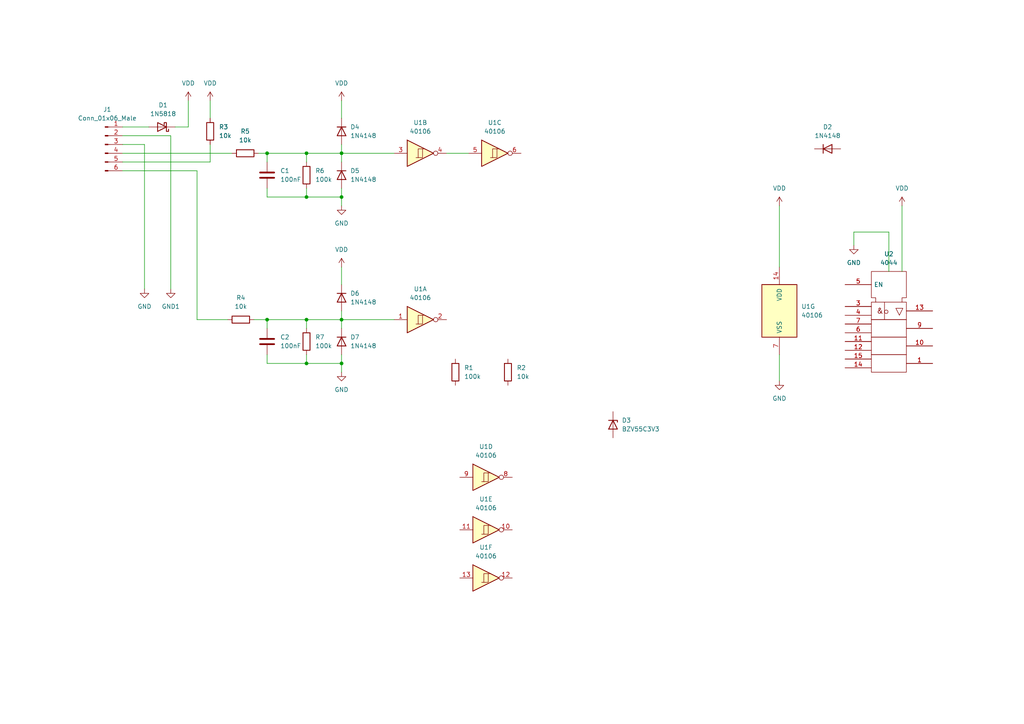
<source format=kicad_sch>
(kicad_sch (version 20211123) (generator eeschema)
  (paper "A4")
  (lib_symbols
    (symbol "4xxx:40106" (pin_names (offset 1.016))
      (property "Reference" "U" (at 0 1.27 0))
      (property "Value" "40106" (at 0 -1.27 0))
      (symbol "40106_1_0"
        (polyline (pts (xy -0.635 -1.27) (xy -0.635 1.27) (xy 0.635 1.27)))
        (polyline (pts (xy -3.81 3.81) (xy -3.81 -3.81) (xy 3.81 0) (xy -3.81 3.81)) (stroke (width 0.254)) (fill (type background)))
        (polyline (pts (xy -1.27 -1.27) (xy 0.635 -1.27) (xy 0.635 1.27) (xy 1.27 1.27)))
        (pin input line (at -7.62 0 0) (length 3.81) (name "~") (number "1"))
        (pin output inverted (at 7.62 0 180) (length 3.81) (name "~") (number "2"))
      )
      (symbol "40106_2_0"
        (polyline (pts (xy -0.635 -1.27) (xy -0.635 1.27) (xy 0.635 1.27)))
        (polyline (pts (xy -3.81 3.81) (xy -3.81 -3.81) (xy 3.81 0) (xy -3.81 3.81)) (stroke (width 0.254)) (fill (type background)))
        (polyline (pts (xy -1.27 -1.27) (xy 0.635 -1.27) (xy 0.635 1.27) (xy 1.27 1.27)))
        (pin input line (at -7.62 0 0) (length 3.81) (name "~") (number "3"))
        (pin output inverted (at 7.62 0 180) (length 3.81) (name "~") (number "4"))
      )
      (symbol "40106_3_0"
        (polyline (pts (xy -0.635 -1.27) (xy -0.635 1.27) (xy 0.635 1.27)))
        (polyline (pts (xy -3.81 3.81) (xy -3.81 -3.81) (xy 3.81 0) (xy -3.81 3.81)) (stroke (width 0.254)) (fill (type background)))
        (polyline (pts (xy -1.27 -1.27) (xy 0.635 -1.27) (xy 0.635 1.27) (xy 1.27 1.27)))
        (pin input line (at -7.62 0 0) (length 3.81) (name "~") (number "5"))
        (pin output inverted (at 7.62 0 180) (length 3.81) (name "~") (number "6"))
      )
      (symbol "40106_4_0"
        (polyline (pts (xy -0.635 -1.27) (xy -0.635 1.27) (xy 0.635 1.27)))
        (polyline (pts (xy -3.81 3.81) (xy -3.81 -3.81) (xy 3.81 0) (xy -3.81 3.81)) (stroke (width 0.254)) (fill (type background)))
        (polyline (pts (xy -1.27 -1.27) (xy 0.635 -1.27) (xy 0.635 1.27) (xy 1.27 1.27)))
        (pin output inverted (at 7.62 0 180) (length 3.81) (name "~") (number "8"))
        (pin input line (at -7.62 0 0) (length 3.81) (name "~") (number "9"))
      )
      (symbol "40106_5_0"
        (polyline (pts (xy -0.635 -1.27) (xy -0.635 1.27) (xy 0.635 1.27)))
        (polyline (pts (xy -3.81 3.81) (xy -3.81 -3.81) (xy 3.81 0) (xy -3.81 3.81)) (stroke (width 0.254)) (fill (type background)))
        (polyline (pts (xy -1.27 -1.27) (xy 0.635 -1.27) (xy 0.635 1.27) (xy 1.27 1.27)))
        (pin output inverted (at 7.62 0 180) (length 3.81) (name "~") (number "10"))
        (pin input line (at -7.62 0 0) (length 3.81) (name "~") (number "11"))
      )
      (symbol "40106_6_0"
        (polyline (pts (xy -0.635 -1.27) (xy -0.635 1.27) (xy 0.635 1.27)))
        (polyline (pts (xy -3.81 3.81) (xy -3.81 -3.81) (xy 3.81 0) (xy -3.81 3.81)) (stroke (width 0.254)) (fill (type background)))
        (polyline (pts (xy -1.27 -1.27) (xy 0.635 -1.27) (xy 0.635 1.27) (xy 1.27 1.27)))
        (pin output inverted (at 7.62 0 180) (length 3.81) (name "~") (number "12"))
        (pin input line (at -7.62 0 0) (length 3.81) (name "~") (number "13"))
      )
      (symbol "40106_7_0"
        (pin power_in line (at 0 12.7 270) (length 5.08) (name "VDD") (number "14"))
        (pin power_in line (at 0 -12.7 90) (length 5.08) (name "VSS") (number "7"))
      )
      (symbol "40106_7_1"
        (rectangle (start -5.08 7.62) (end 5.08 -7.62) (stroke (width 0.254)) (fill (type background)))
      )
    )
    (symbol "4xxx_IEEE:4044" (pin_names (offset 0.762))
      (property "Reference" "U" (at 6.35 6.35 0))
      (property "Value" "4044" (at 7.62 -20.32 0))
      (symbol "4044_0_0"
        (rectangle (start -5.08 -13.97) (end 5.08 -19.05))
        (rectangle (start -5.08 -8.89) (end 5.08 -13.97))
        (rectangle (start -5.08 -3.81) (end 5.08 -8.89))
        (rectangle (start -5.08 1.27) (end 5.08 -3.81))
        (circle (center -0.762 -1.524) (radius 0.508))
        (polyline (pts (xy -1.27 1.27) (xy -1.27 -3.81) (xy -1.27 -3.81)))
        (polyline (pts (xy 2.032 -0.508) (xy 3.048 -2.54) (xy 4.064 -0.508) (xy 2.032 -0.508) (xy 2.032 -0.508)))
        (polyline (pts (xy -3.81 1.27) (xy -3.81 2.54) (xy -5.08 2.54) (xy -5.08 10.16) (xy 5.08 10.16) (xy 5.08 2.54) (xy 3.81 2.54) (xy 3.81 1.27) (xy 3.81 1.27)))
        (text "&" (at -2.54 -1.27 0) (effects (font (size 1.524 1.524))))
      )
      (symbol "4044_1_0"
        (pin output line (at 12.7 -16.51 180) (length 7.62) (name "~") (number "1"))
        (pin output line (at 12.7 -11.43 180) (length 7.62) (name "~") (number "10"))
        (pin input line (at -12.7 -10.16 0) (length 7.62) (name "~") (number "11"))
        (pin input line (at -12.7 -12.7 0) (length 7.62) (name "~") (number "12"))
        (pin output line (at 12.7 -1.27 180) (length 7.62) (name "~") (number "13"))
        (pin input line (at -12.7 -17.78 0) (length 7.62) (name "~") (number "14"))
        (pin input line (at -12.7 -15.24 0) (length 7.62) (name "~") (number "15"))
        (pin power_in line (at 3.81 10.16 270) (length 0) hide (name "Vdd") (number "16"))
        (pin input line (at -12.7 0 0) (length 7.62) (name "~") (number "3"))
        (pin input line (at -12.7 -2.54 0) (length 7.62) (name "~") (number "4"))
        (pin input line (at -12.7 6.35 0) (length 7.62) (name "EN") (number "5"))
        (pin input line (at -12.7 -7.62 0) (length 7.62) (name "~") (number "6"))
        (pin input line (at -12.7 -5.08 0) (length 7.62) (name "~") (number "7"))
        (pin power_in line (at 0 10.16 270) (length 0) hide (name "Vss") (number "8"))
        (pin output line (at 12.7 -6.35 180) (length 7.62) (name "~") (number "9"))
      )
    )
    (symbol "Connector:Conn_01x06_Male" (pin_names (offset 1.016) hide)
      (property "Reference" "J" (at 0 7.62 0))
      (property "Value" "Conn_01x06_Male" (at 0 -10.16 0))
      (symbol "Conn_01x06_Male_1_1"
        (polyline (pts (xy 1.27 -7.62) (xy 0.8636 -7.62)) (stroke (width 0.1524)))
        (polyline (pts (xy 1.27 -5.08) (xy 0.8636 -5.08)) (stroke (width 0.1524)))
        (polyline (pts (xy 1.27 -2.54) (xy 0.8636 -2.54)) (stroke (width 0.1524)))
        (polyline (pts (xy 1.27 0) (xy 0.8636 0)) (stroke (width 0.1524)))
        (polyline (pts (xy 1.27 2.54) (xy 0.8636 2.54)) (stroke (width 0.1524)))
        (polyline (pts (xy 1.27 5.08) (xy 0.8636 5.08)) (stroke (width 0.1524)))
        (rectangle (start 0.8636 -7.493) (end 0 -7.747) (stroke (width 0.1524)) (fill (type outline)))
        (rectangle (start 0.8636 -4.953) (end 0 -5.207) (stroke (width 0.1524)) (fill (type outline)))
        (rectangle (start 0.8636 -2.413) (end 0 -2.667) (stroke (width 0.1524)) (fill (type outline)))
        (rectangle (start 0.8636 0.127) (end 0 -0.127) (stroke (width 0.1524)) (fill (type outline)))
        (rectangle (start 0.8636 2.667) (end 0 2.413) (stroke (width 0.1524)) (fill (type outline)))
        (rectangle (start 0.8636 5.207) (end 0 4.953) (stroke (width 0.1524)) (fill (type outline)))
        (pin passive line (at 5.08 5.08 180) (length 3.81) (name "Pin_1") (number "1"))
        (pin passive line (at 5.08 2.54 180) (length 3.81) (name "Pin_2") (number "2"))
        (pin passive line (at 5.08 0 180) (length 3.81) (name "Pin_3") (number "3"))
        (pin passive line (at 5.08 -2.54 180) (length 3.81) (name "Pin_4") (number "4"))
        (pin passive line (at 5.08 -5.08 180) (length 3.81) (name "Pin_5") (number "5"))
        (pin passive line (at 5.08 -7.62 180) (length 3.81) (name "Pin_6") (number "6"))
      )
    )
    (symbol "Device:C" (pin_numbers hide) (pin_names (offset 0.254))
      (property "Reference" "C" (at 0.635 2.54 0))
      (property "Value" "C" (at 0.635 -2.54 0))
      (symbol "C_0_1"
        (polyline (pts (xy -2.032 -0.762) (xy 2.032 -0.762)) (stroke (width 0.508)))
        (polyline (pts (xy -2.032 0.762) (xy 2.032 0.762)) (stroke (width 0.508)))
      )
      (symbol "C_1_1"
        (pin passive line (at 0 3.81 270) (length 2.794) (name "~") (number "1"))
        (pin passive line (at 0 -3.81 90) (length 2.794) (name "~") (number "2"))
      )
    )
    (symbol "Device:R" (pin_numbers hide) (pin_names (offset 0))
      (property "Reference" "R" (at 2.032 0 90))
      (property "Value" "R" (at 0 0 90))
      (symbol "R_0_1"
        (rectangle (start -1.016 -2.54) (end 1.016 2.54) (stroke (width 0.254)))
      )
      (symbol "R_1_1"
        (pin passive line (at 0 3.81 270) (length 1.27) (name "~") (number "1"))
        (pin passive line (at 0 -3.81 90) (length 1.27) (name "~") (number "2"))
      )
    )
    (symbol "Diode:1N4148" (pin_numbers hide) (pin_names hide)
      (property "Reference" "D" (at 0 2.54 0))
      (property "Value" "1N4148" (at 0 -2.54 0))
      (symbol "1N4148_0_1"
        (polyline (pts (xy -1.27 1.27) (xy -1.27 -1.27)) (stroke (width 0.254)))
        (polyline (pts (xy 1.27 0) (xy -1.27 0)))
        (polyline (pts (xy 1.27 1.27) (xy 1.27 -1.27) (xy -1.27 0) (xy 1.27 1.27)) (stroke (width 0.254)))
      )
      (symbol "1N4148_1_1"
        (pin passive line (at -3.81 0 0) (length 2.54) (name "K") (number "1"))
        (pin passive line (at 3.81 0 180) (length 2.54) (name "A") (number "2"))
      )
    )
    (symbol "Diode:1N5818" (pin_numbers hide) (pin_names (offset 1.016) hide)
      (property "Reference" "D" (at 0 2.54 0))
      (property "Value" "1N5818" (at 0 -2.54 0))
      (symbol "1N5818_0_1"
        (polyline (pts (xy 1.27 0) (xy -1.27 0)))
        (polyline (pts (xy 1.27 1.27) (xy 1.27 -1.27) (xy -1.27 0) (xy 1.27 1.27)) (stroke (width 0.254)))
        (polyline (pts (xy -1.905 0.635) (xy -1.905 1.27) (xy -1.27 1.27) (xy -1.27 -1.27) (xy -0.635 -1.27) (xy -0.635 -0.635)) (stroke (width 0.254)))
      )
      (symbol "1N5818_1_1"
        (pin passive line (at -3.81 0 0) (length 2.54) (name "K") (number "1"))
        (pin passive line (at 3.81 0 180) (length 2.54) (name "A") (number "2"))
      )
    )
    (symbol "Diode:BZV55C3V3" (pin_numbers hide) (pin_names hide)
      (property "Reference" "D" (at 0 2.54 0))
      (property "Value" "BZV55C3V3" (at 0 -2.54 0))
      (symbol "BZV55C3V3_0_1"
        (polyline (pts (xy 1.27 0) (xy -1.27 0)))
        (polyline (pts (xy -1.27 -1.27) (xy -1.27 1.27) (xy -0.762 1.27)) (stroke (width 0.254)))
        (polyline (pts (xy 1.27 -1.27) (xy 1.27 1.27) (xy -1.27 0) (xy 1.27 -1.27)) (stroke (width 0.254)))
      )
      (symbol "BZV55C3V3_1_1"
        (pin passive line (at -3.81 0 0) (length 2.54) (name "K") (number "1"))
        (pin passive line (at 3.81 0 180) (length 2.54) (name "A") (number "2"))
      )
    )
    (symbol "power:GND" (power) (pin_names (offset 0))
      (property "Value" "GND" (at 0 -3.81 0))
      (symbol "GND_0_1"
        (polyline (pts (xy 0 0) (xy 0 -1.27) (xy 1.27 -1.27) (xy 0 -2.54) (xy -1.27 -1.27) (xy 0 -1.27)))
      )
      (symbol "GND_1_1"
        (pin power_in line (at 0 0 270) (length 0) hide (name "GND") (number "1"))
      )
    )
    (symbol "power:GND1" (power) (pin_names (offset 0))
      (property "Value" "GND1" (at 0 -3.81 0))
      (symbol "GND1_0_1"
        (polyline (pts (xy 0 0) (xy 0 -1.27) (xy 1.27 -1.27) (xy 0 -2.54) (xy -1.27 -1.27) (xy 0 -1.27)))
      )
      (symbol "GND1_1_1"
        (pin power_in line (at 0 0 270) (length 0) hide (name "GND1") (number "1"))
      )
    )
    (symbol "power:VDD" (power) (pin_names (offset 0))
      (property "Value" "VDD" (at 0 3.81 0))
      (symbol "VDD_0_1"
        (polyline (pts (xy -0.762 1.27) (xy 0 2.54)))
        (polyline (pts (xy 0 0) (xy 0 2.54)))
        (polyline (pts (xy 0 2.54) (xy 0.762 1.27)))
      )
      (symbol "VDD_1_1"
        (pin power_in line (at 0 0 90) (length 0) hide (name "VDD") (number "1"))
      )
    )
  )
  (junction (at 88.9 105.41))
  (junction (at 88.9 57.15))
  (junction (at 77.47 92.71))
  (junction (at 77.47 44.45))
  (junction (at 99.06 92.71))
  (junction (at 99.06 105.41))
  (junction (at 99.06 44.45))
  (junction (at 88.9 44.45))
  (junction (at 88.9 92.71))
  (junction (at 99.06 57.15))
  (wire (pts (xy 99.06 29.21) (xy 99.06 34.29)))
  (wire (pts (xy 77.47 92.71) (xy 88.9 92.71)))
  (wire (pts (xy 247.65 71.12) (xy 247.65 67.31)))
  (wire (pts (xy 57.15 49.53) (xy 57.15 92.71)))
  (wire (pts (xy 77.47 44.45) (xy 77.47 46.99)))
  (wire (pts (xy 99.06 92.71) (xy 99.06 95.25)))
  (wire (pts (xy 60.96 46.99) (xy 60.96 41.91)))
  (wire (pts (xy 99.06 44.45) (xy 99.06 46.99)))
  (wire (pts (xy 77.47 57.15) (xy 88.9 57.15)))
  (wire (pts (xy 88.9 92.71) (xy 88.9 95.25)))
  (wire (pts (xy 88.9 102.87) (xy 88.9 105.41)))
  (wire (pts (xy 77.47 54.61) (xy 77.47 57.15)))
  (wire (pts (xy 88.9 105.41) (xy 99.06 105.41)))
  (wire (pts (xy 261.62 59.69) (xy 261.62 78.74)))
  (wire (pts (xy 54.61 29.21) (xy 54.61 36.83)))
  (wire (pts (xy 99.06 57.15) (xy 99.06 59.69)))
  (wire (pts (xy 50.8 36.83) (xy 54.61 36.83)))
  (wire (pts (xy 88.9 44.45) (xy 99.06 44.45)))
  (wire (pts (xy 99.06 54.61) (xy 99.06 57.15)))
  (wire (pts (xy 99.06 105.41) (xy 99.06 107.95)))
  (wire (pts (xy 77.47 44.45) (xy 88.9 44.45)))
  (wire (pts (xy 99.06 92.71) (xy 114.3 92.71)))
  (wire (pts (xy 35.56 49.53) (xy 57.15 49.53)))
  (wire (pts (xy 74.93 44.45) (xy 77.47 44.45)))
  (wire (pts (xy 257.81 67.31) (xy 257.81 78.74)))
  (wire (pts (xy 88.9 92.71) (xy 99.06 92.71)))
  (wire (pts (xy 57.15 92.71) (xy 66.04 92.71)))
  (wire (pts (xy 226.06 102.87) (xy 226.06 110.49)))
  (wire (pts (xy 35.56 41.91) (xy 41.91 41.91)))
  (wire (pts (xy 226.06 59.69) (xy 226.06 77.47)))
  (wire (pts (xy 77.47 105.41) (xy 88.9 105.41)))
  (wire (pts (xy 99.06 41.91) (xy 99.06 44.45)))
  (wire (pts (xy 88.9 44.45) (xy 88.9 46.99)))
  (wire (pts (xy 41.91 41.91) (xy 41.91 83.82)))
  (wire (pts (xy 35.56 44.45) (xy 67.31 44.45)))
  (wire (pts (xy 99.06 90.17) (xy 99.06 92.71)))
  (wire (pts (xy 88.9 54.61) (xy 88.9 57.15)))
  (wire (pts (xy 88.9 57.15) (xy 99.06 57.15)))
  (wire (pts (xy 99.06 77.47) (xy 99.06 82.55)))
  (wire (pts (xy 135.89 44.45) (xy 129.54 44.45)))
  (wire (pts (xy 60.96 29.21) (xy 60.96 34.29)))
  (wire (pts (xy 35.56 39.37) (xy 49.53 39.37)))
  (wire (pts (xy 247.65 67.31) (xy 257.81 67.31)))
  (wire (pts (xy 77.47 102.87) (xy 77.47 105.41)))
  (wire (pts (xy 49.53 39.37) (xy 49.53 83.82)))
  (wire (pts (xy 73.66 92.71) (xy 77.47 92.71)))
  (wire (pts (xy 35.56 36.83) (xy 43.18 36.83)))
  (wire (pts (xy 77.47 92.71) (xy 77.47 95.25)))
  (wire (pts (xy 99.06 102.87) (xy 99.06 105.41)))
  (wire (pts (xy 35.56 46.99) (xy 60.96 46.99)))
  (wire (pts (xy 99.06 44.45) (xy 114.3 44.45)))
  (symbol (lib_id "4xxx_IEEE:4044") (at 257.81 88.9 0) (unit 1)
    (property "Reference" "U2" (at 257.81 73.66 0))
    (property "Value" "4044" (at 257.81 76.2 0))
    (property "Footprint" "Package_DIP:DIP-16_W7.62mm_Socket" (effects hide))
  )
  (symbol (lib_id "Diode:BZV55C3V3") (at 177.8 123.19 270) (unit 1)
    (property "Reference" "D3" (at 180.34 121.9199 90) (effects (justify left)))
    (property "Value" "BZV55C3V3" (at 180.34 124.4599 90) (effects (justify left)))
    (property "Footprint" "Diode_SMD:D_MiniMELF" (effects hide))
    (property "Datasheet" "https://assets.nexperia.com/documents/data-sheet/BZV55_SER.pdf" (effects hide))
  )
  (symbol (lib_id "4xxx:40106") (at 140.97 138.43 0) (unit 4)
    (property "Reference" "U1" (at 140.97 129.54 0))
    (property "Value" "40106" (at 140.97 132.08 0))
    (property "Footprint" "Package_DIP:DIP-14_W7.62mm_Socket" (effects hide))
    (property "Datasheet" "https://assets.nexperia.com/documents/data-sheet/HEF40106B.pdf" (effects hide))
  )
  (symbol (lib_id "power:GND") (at 247.65 71.12 0) (unit 1)
    (property "Reference" "#PWR0106" (effects hide))
    (property "Value" "GND" (at 247.65 76.2 0))
  )
  (symbol (lib_id "Diode:1N4148") (at 99.06 38.1 270) (unit 1)
    (property "Reference" "D4" (at 101.6 36.8299 90) (effects (justify left)))
    (property "Value" "1N4148" (at 101.6 39.3699 90) (effects (justify left)))
    (property "Footprint" "Diode_THT:D_DO-35_SOD27_P7.62mm_Horizontal" (effects hide))
    (property "Datasheet" "https://assets.nexperia.com/documents/data-sheet/1N4148_1N4448.pdf" (effects hide))
  )
  (symbol (lib_id "power:VDD") (at 261.62 59.69 0) (unit 1)
    (property "Reference" "#PWR0107" (effects hide))
    (property "Value" "VDD" (at 261.62 54.61 0))
  )
  (symbol (lib_id "Diode:1N4148") (at 99.06 99.06 270) (unit 1)
    (property "Reference" "D7" (at 101.6 97.7899 90) (effects (justify left)))
    (property "Value" "1N4148" (at 101.6 100.3299 90) (effects (justify left)))
    (property "Footprint" "Diode_THT:D_DO-35_SOD27_P7.62mm_Horizontal" (effects hide))
    (property "Datasheet" "https://assets.nexperia.com/documents/data-sheet/1N4148_1N4448.pdf" (effects hide))
  )
  (symbol (lib_id "Diode:1N4148") (at 99.06 86.36 270) (unit 1)
    (property "Reference" "D6" (at 101.6 85.0899 90) (effects (justify left)))
    (property "Value" "1N4148" (at 101.6 87.6299 90) (effects (justify left)))
    (property "Footprint" "Diode_THT:D_DO-35_SOD27_P7.62mm_Horizontal" (effects hide))
    (property "Datasheet" "https://assets.nexperia.com/documents/data-sheet/1N4148_1N4448.pdf" (effects hide))
  )
  (symbol (lib_id "Device:R") (at 88.9 99.06 0) (unit 1)
    (property "Reference" "R7" (at 91.44 97.7899 0) (effects (justify left)))
    (property "Value" "100k" (at 91.44 100.3299 0) (effects (justify left)))
    (property "Footprint" "Resistor_SMD:R_0603_1608Metric" (effects hide))
  )
  (symbol (lib_id "4xxx:40106") (at 140.97 167.64 0) (unit 6)
    (property "Reference" "U1" (at 140.97 158.75 0))
    (property "Value" "40106" (at 140.97 161.29 0))
    (property "Footprint" "Package_DIP:DIP-14_W7.62mm_Socket" (effects hide))
    (property "Datasheet" "https://assets.nexperia.com/documents/data-sheet/HEF40106B.pdf" (effects hide))
  )
  (symbol (lib_id "4xxx:40106") (at 140.97 153.67 0) (unit 5)
    (property "Reference" "U1" (at 140.97 144.78 0))
    (property "Value" "40106" (at 140.97 147.32 0))
    (property "Footprint" "Package_DIP:DIP-14_W7.62mm_Socket" (effects hide))
    (property "Datasheet" "https://assets.nexperia.com/documents/data-sheet/HEF40106B.pdf" (effects hide))
  )
  (symbol (lib_id "power:VDD") (at 54.61 29.21 0) (unit 1)
    (property "Reference" "#PWR0101" (effects hide))
    (property "Value" "VDD" (at 54.61 24.13 0))
  )
  (symbol (lib_id "Device:R") (at 60.96 38.1 180) (unit 1)
    (property "Reference" "R3" (at 63.5 36.8299 0) (effects (justify right)))
    (property "Value" "10k" (at 63.5 39.3699 0) (effects (justify right)))
    (property "Footprint" "Resistor_SMD:R_0603_1608Metric" (effects hide))
  )
  (symbol (lib_id "power:VDD") (at 226.06 59.69 0) (unit 1)
    (property "Reference" "#PWR0105" (effects hide))
    (property "Value" "VDD" (at 226.06 54.61 0))
  )
  (symbol (lib_id "power:VDD") (at 99.06 77.47 0) (unit 1)
    (property "Reference" "#PWR0111" (effects hide))
    (property "Value" "VDD" (at 99.06 72.39 0))
  )
  (symbol (lib_id "Device:R") (at 88.9 50.8 0) (unit 1)
    (property "Reference" "R6" (at 91.44 49.5299 0) (effects (justify left)))
    (property "Value" "100k" (at 91.44 52.0699 0) (effects (justify left)))
    (property "Footprint" "Resistor_SMD:R_0603_1608Metric" (effects hide))
  )
  (symbol (lib_id "4xxx:40106") (at 143.51 44.45 0) (unit 3)
    (property "Reference" "U1" (at 143.51 35.56 0))
    (property "Value" "40106" (at 143.51 38.1 0))
    (property "Footprint" "Package_DIP:DIP-14_W7.62mm_Socket" (effects hide))
    (property "Datasheet" "https://assets.nexperia.com/documents/data-sheet/HEF40106B.pdf" (effects hide))
  )
  (symbol (lib_id "4xxx:40106") (at 121.92 92.71 0) (unit 1)
    (property "Reference" "U1" (at 121.92 83.82 0))
    (property "Value" "40106" (at 121.92 86.36 0))
    (property "Footprint" "Package_DIP:DIP-14_W7.62mm_Socket" (effects hide))
    (property "Datasheet" "https://assets.nexperia.com/documents/data-sheet/HEF40106B.pdf" (effects hide))
  )
  (symbol (lib_id "4xxx:40106") (at 226.06 90.17 0) (unit 7)
    (property "Reference" "U1" (at 232.41 88.8999 0) (effects (justify left)))
    (property "Value" "40106" (at 232.41 91.4399 0) (effects (justify left)))
    (property "Footprint" "Package_DIP:DIP-14_W7.62mm_Socket" (effects hide))
    (property "Datasheet" "https://assets.nexperia.com/documents/data-sheet/HEF40106B.pdf" (effects hide))
  )
  (symbol (lib_id "power:GND1") (at 49.53 83.82 0) (unit 1)
    (property "Reference" "#PWR0103" (effects hide))
    (property "Value" "GND1" (at 49.53 88.9 0))
  )
  (symbol (lib_id "Diode:1N4148") (at 99.06 50.8 270) (unit 1)
    (property "Reference" "D5" (at 101.6 49.5299 90) (effects (justify left)))
    (property "Value" "1N4148" (at 101.6 52.0699 90) (effects (justify left)))
    (property "Footprint" "Diode_THT:D_DO-35_SOD27_P7.62mm_Horizontal" (effects hide))
    (property "Datasheet" "https://assets.nexperia.com/documents/data-sheet/1N4148_1N4448.pdf" (effects hide))
  )
  (symbol (lib_id "power:GND") (at 99.06 107.95 0) (unit 1)
    (property "Reference" "#PWR0109" (effects hide))
    (property "Value" "GND" (at 99.06 113.03 0))
  )
  (symbol (lib_id "Device:R") (at 132.08 107.95 0) (unit 1)
    (property "Reference" "R1" (at 134.62 106.6799 0) (effects (justify left)))
    (property "Value" "100k" (at 134.62 109.2199 0) (effects (justify left)))
    (property "Footprint" "Resistor_SMD:R_0603_1608Metric" (effects hide))
  )
  (symbol (lib_id "Diode:1N5818") (at 46.99 36.83 180) (unit 1)
    (property "Reference" "D1" (at 47.3075 30.48 0))
    (property "Value" "1N5818" (at 47.3075 33.02 0))
    (property "Footprint" "Diode_THT:D_DO-41_SOD81_P10.16mm_Horizontal" (effects hide))
    (property "Datasheet" "http://www.vishay.com/docs/88525/1n5817.pdf" (effects hide))
  )
  (symbol (lib_id "power:GND") (at 41.91 83.82 0) (unit 1)
    (property "Reference" "#PWR0104" (effects hide))
    (property "Value" "GND" (at 41.91 88.9 0))
  )
  (symbol (lib_id "Diode:1N4148") (at 240.03 43.18 0) (unit 1)
    (property "Reference" "D2" (at 240.03 36.83 0))
    (property "Value" "1N4148" (at 240.03 39.37 0))
    (property "Footprint" "Diode_THT:D_DO-35_SOD27_P7.62mm_Horizontal" (effects hide))
    (property "Datasheet" "https://assets.nexperia.com/documents/data-sheet/1N4148_1N4448.pdf" (effects hide))
  )
  (symbol (lib_id "Device:R") (at 71.12 44.45 90) (unit 1)
    (property "Reference" "R5" (at 71.12 38.1 90))
    (property "Value" "10k" (at 71.12 40.64 90))
    (property "Footprint" "Resistor_SMD:R_0603_1608Metric" (effects hide))
  )
  (symbol (lib_id "4xxx:40106") (at 121.92 44.45 0) (unit 2)
    (property "Reference" "U1" (at 121.92 35.56 0))
    (property "Value" "40106" (at 121.92 38.1 0))
    (property "Footprint" "Package_DIP:DIP-14_W7.62mm_Socket" (effects hide))
    (property "Datasheet" "https://assets.nexperia.com/documents/data-sheet/HEF40106B.pdf" (effects hide))
  )
  (symbol (lib_id "power:VDD") (at 60.96 29.21 0) (unit 1)
    (property "Reference" "#PWR0102" (effects hide))
    (property "Value" "VDD" (at 60.96 24.13 0))
  )
  (symbol (lib_id "Device:C") (at 77.47 50.8 0) (unit 1)
    (property "Reference" "C1" (at 81.28 49.5299 0) (effects (justify left)))
    (property "Value" "100nF" (at 81.28 52.0699 0) (effects (justify left)))
    (property "Footprint" "Capacitor_SMD:C_0603_1608Metric" (effects hide))
  )
  (symbol (lib_id "power:GND") (at 99.06 59.69 0) (unit 1)
    (property "Reference" "#PWR0108" (effects hide))
    (property "Value" "GND" (at 99.06 64.77 0))
  )
  (symbol (lib_id "power:GND") (at 226.06 110.49 0) (unit 1)
    (property "Reference" "#PWR0110" (effects hide))
    (property "Value" "GND" (at 226.06 115.57 0))
  )
  (symbol (lib_id "Connector:Conn_01x06_Male") (at 30.48 41.91 0) (unit 1)
    (property "Reference" "J1" (at 31.115 31.75 0))
    (property "Value" "Conn_01x06_Male" (at 31.115 34.29 0))
  )
  (symbol (lib_id "Device:R") (at 69.85 92.71 90) (unit 1)
    (property "Reference" "R4" (at 69.85 86.36 90))
    (property "Value" "10k" (at 69.85 88.9 90))
    (property "Footprint" "Resistor_SMD:R_0603_1608Metric" (effects hide))
  )
  (symbol (lib_id "power:VDD") (at 99.06 29.21 0) (unit 1)
    (property "Reference" "#PWR0112" (effects hide))
    (property "Value" "VDD" (at 99.06 24.13 0))
  )
  (symbol (lib_id "Device:R") (at 147.32 107.95 0) (unit 1)
    (property "Reference" "R2" (at 149.86 106.6799 0) (effects (justify left)))
    (property "Value" "10k" (at 149.86 109.2199 0) (effects (justify left)))
    (property "Footprint" "Resistor_SMD:R_0603_1608Metric" (effects hide))
  )
  (symbol (lib_id "Device:C") (at 77.47 99.06 0) (unit 1)
    (property "Reference" "C2" (at 81.28 97.7899 0) (effects (justify left)))
    (property "Value" "100nF" (at 81.28 100.3299 0) (effects (justify left)))
    (property "Footprint" "Capacitor_SMD:C_0603_1608Metric" (effects hide))
  )
)
</source>
